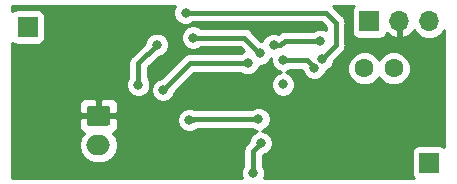
<source format=gbr>
G04 #@! TF.GenerationSoftware,KiCad,Pcbnew,5.0.2-bee76a0~70~ubuntu16.04.1*
G04 #@! TF.CreationDate,2019-07-30T15:32:40+02:00*
G04 #@! TF.ProjectId,hw-TS1B,68772d54-5331-4422-9e6b-696361645f70,rev?*
G04 #@! TF.SameCoordinates,Original*
G04 #@! TF.FileFunction,Copper,L2,Bot*
G04 #@! TF.FilePolarity,Positive*
%FSLAX46Y46*%
G04 Gerber Fmt 4.6, Leading zero omitted, Abs format (unit mm)*
G04 Created by KiCad (PCBNEW 5.0.2-bee76a0~70~ubuntu16.04.1) date Tue 30 Jul 2019 03:32:40 PM CEST*
%MOMM*%
%LPD*%
G01*
G04 APERTURE LIST*
G04 #@! TA.AperFunction,ComponentPad*
%ADD10C,1.600000*%
G04 #@! TD*
G04 #@! TA.AperFunction,Conductor*
%ADD11C,0.100000*%
G04 #@! TD*
G04 #@! TA.AperFunction,ComponentPad*
%ADD12C,1.700000*%
G04 #@! TD*
G04 #@! TA.AperFunction,ComponentPad*
%ADD13O,2.000000X1.700000*%
G04 #@! TD*
G04 #@! TA.AperFunction,ComponentPad*
%ADD14R,1.700000X1.700000*%
G04 #@! TD*
G04 #@! TA.AperFunction,ComponentPad*
%ADD15O,1.700000X1.700000*%
G04 #@! TD*
G04 #@! TA.AperFunction,ViaPad*
%ADD16C,0.800000*%
G04 #@! TD*
G04 #@! TA.AperFunction,Conductor*
%ADD17C,0.400000*%
G04 #@! TD*
G04 #@! TA.AperFunction,Conductor*
%ADD18C,0.254000*%
G04 #@! TD*
G04 APERTURE END LIST*
D10*
G04 #@! TO.P,TH1,1*
G04 #@! TO.N,/TEMP_PWR*
X181500000Y-75000000D03*
G04 #@! TO.P,TH1,2*
G04 #@! TO.N,/TEMP_SNS*
X184000000Y-75000000D03*
G04 #@! TD*
D11*
G04 #@! TO.N,GND*
G04 #@! TO.C,J2*
G36*
X159774504Y-78151204D02*
X159798773Y-78154804D01*
X159822571Y-78160765D01*
X159845671Y-78169030D01*
X159867849Y-78179520D01*
X159888893Y-78192133D01*
X159908598Y-78206747D01*
X159926777Y-78223223D01*
X159943253Y-78241402D01*
X159957867Y-78261107D01*
X159970480Y-78282151D01*
X159980970Y-78304329D01*
X159989235Y-78327429D01*
X159995196Y-78351227D01*
X159998796Y-78375496D01*
X160000000Y-78400000D01*
X160000000Y-79600000D01*
X159998796Y-79624504D01*
X159995196Y-79648773D01*
X159989235Y-79672571D01*
X159980970Y-79695671D01*
X159970480Y-79717849D01*
X159957867Y-79738893D01*
X159943253Y-79758598D01*
X159926777Y-79776777D01*
X159908598Y-79793253D01*
X159888893Y-79807867D01*
X159867849Y-79820480D01*
X159845671Y-79830970D01*
X159822571Y-79839235D01*
X159798773Y-79845196D01*
X159774504Y-79848796D01*
X159750000Y-79850000D01*
X158250000Y-79850000D01*
X158225496Y-79848796D01*
X158201227Y-79845196D01*
X158177429Y-79839235D01*
X158154329Y-79830970D01*
X158132151Y-79820480D01*
X158111107Y-79807867D01*
X158091402Y-79793253D01*
X158073223Y-79776777D01*
X158056747Y-79758598D01*
X158042133Y-79738893D01*
X158029520Y-79717849D01*
X158019030Y-79695671D01*
X158010765Y-79672571D01*
X158004804Y-79648773D01*
X158001204Y-79624504D01*
X158000000Y-79600000D01*
X158000000Y-78400000D01*
X158001204Y-78375496D01*
X158004804Y-78351227D01*
X158010765Y-78327429D01*
X158019030Y-78304329D01*
X158029520Y-78282151D01*
X158042133Y-78261107D01*
X158056747Y-78241402D01*
X158073223Y-78223223D01*
X158091402Y-78206747D01*
X158111107Y-78192133D01*
X158132151Y-78179520D01*
X158154329Y-78169030D01*
X158177429Y-78160765D01*
X158201227Y-78154804D01*
X158225496Y-78151204D01*
X158250000Y-78150000D01*
X159750000Y-78150000D01*
X159774504Y-78151204D01*
X159774504Y-78151204D01*
G37*
D12*
G04 #@! TD*
G04 #@! TO.P,J2,1*
G04 #@! TO.N,GND*
X159000000Y-79000000D03*
D13*
G04 #@! TO.P,J2,2*
G04 #@! TO.N,VDD*
X159000000Y-81500000D03*
G04 #@! TD*
D14*
G04 #@! TO.P,J1,1*
G04 #@! TO.N,VDD*
X153000000Y-71500000D03*
G04 #@! TD*
G04 #@! TO.P,AE1,1*
G04 #@! TO.N,Net-(AE1-Pad1)*
X187000000Y-83000000D03*
G04 #@! TD*
G04 #@! TO.P,X1,1*
G04 #@! TO.N,/SWDIO*
X181920000Y-71000000D03*
D15*
G04 #@! TO.P,X1,2*
G04 #@! TO.N,GND*
X184460000Y-71000000D03*
G04 #@! TO.P,X1,3*
G04 #@! TO.N,/SWCLK*
X187000000Y-71000000D03*
G04 #@! TD*
D16*
G04 #@! TO.N,/TEMP_SNS*
X173824990Y-73025000D03*
X177790874Y-72660002D03*
G04 #@! TO.N,GND*
X181750000Y-78625000D03*
X185062500Y-78500000D03*
X187500000Y-73000000D03*
X159159307Y-72340693D03*
X160750000Y-70750000D03*
X158952956Y-74645586D03*
X165735000Y-73660000D03*
X172085000Y-78105000D03*
X163830000Y-82550000D03*
G04 #@! TO.N,/LED*
X174625000Y-74295000D03*
X177280354Y-74929995D03*
G04 #@! TO.N,Net-(C5-Pad1)*
X172545024Y-79285046D03*
X166672500Y-79375000D03*
G04 #@! TO.N,VDD*
X162358578Y-76391422D03*
X163937500Y-73000000D03*
X172085000Y-83820000D03*
X172745549Y-81320203D03*
G04 #@! TO.N,Net-(C3-Pad1)*
X167005000Y-72390000D03*
X174625000Y-76360000D03*
X172647885Y-73732115D03*
G04 #@! TO.N,/OSC_EN*
X164465000Y-76835000D03*
X171617380Y-74557549D03*
G04 #@! TO.N,/TEMP_PWR*
X166370009Y-70275020D03*
X177942195Y-74178230D03*
G04 #@! TD*
D17*
G04 #@! TO.N,/TEMP_SNS*
X174755673Y-72660002D02*
X177790874Y-72660002D01*
X174390675Y-73025000D02*
X174755673Y-72660002D01*
X173824990Y-73025000D02*
X174390675Y-73025000D01*
G04 #@! TO.N,/LED*
X176645359Y-74295000D02*
X176880355Y-74529996D01*
X174625000Y-74295000D02*
X176645359Y-74295000D01*
X176880355Y-74529996D02*
X177280354Y-74929995D01*
G04 #@! TO.N,Net-(C5-Pad1)*
X172545024Y-79285046D02*
X167094954Y-79285046D01*
X167005000Y-79375000D02*
X166672500Y-79375000D01*
X167094954Y-79285046D02*
X167005000Y-79375000D01*
G04 #@! TO.N,VDD*
X162358578Y-75825737D02*
X162358578Y-76391422D01*
X162358578Y-74578922D02*
X162358578Y-75825737D01*
X163937500Y-73000000D02*
X162358578Y-74578922D01*
X172345550Y-81720202D02*
X172745549Y-81320203D01*
X172085000Y-81980752D02*
X172345550Y-81720202D01*
X172085000Y-83820000D02*
X172085000Y-81980752D01*
G04 #@! TO.N,Net-(C3-Pad1)*
X172247886Y-73332116D02*
X172647885Y-73732115D01*
X167005000Y-72390000D02*
X171305770Y-72390000D01*
X171305770Y-72390000D02*
X172247886Y-73332116D01*
G04 #@! TO.N,/OSC_EN*
X164465000Y-76835000D02*
X166742451Y-74557549D01*
X166742451Y-74557549D02*
X171051695Y-74557549D01*
X171051695Y-74557549D02*
X171617380Y-74557549D01*
G04 #@! TO.N,/TEMP_PWR*
X166370009Y-70275020D02*
X178225020Y-70275020D01*
X178225020Y-70275020D02*
X179070000Y-71120000D01*
X178342194Y-73778231D02*
X177942195Y-74178230D01*
X179070000Y-71120000D02*
X179070000Y-73050425D01*
X179070000Y-73050425D02*
X178342194Y-73778231D01*
G04 #@! TD*
D18*
G04 #@! TO.N,GND*
G36*
X165335009Y-70069146D02*
X165335009Y-70480894D01*
X165492578Y-70861300D01*
X165783729Y-71152451D01*
X166164135Y-71310020D01*
X166575883Y-71310020D01*
X166956289Y-71152451D01*
X166998720Y-71110020D01*
X177879153Y-71110020D01*
X178235000Y-71465868D01*
X178235000Y-71723689D01*
X177996748Y-71625002D01*
X177585000Y-71625002D01*
X177204594Y-71782571D01*
X177162163Y-71825002D01*
X174837905Y-71825002D01*
X174755672Y-71808645D01*
X174673439Y-71825002D01*
X174673436Y-71825002D01*
X174429872Y-71873450D01*
X174169500Y-72047425D01*
X174030864Y-71990000D01*
X173619116Y-71990000D01*
X173238710Y-72147569D01*
X172947559Y-72438720D01*
X172840529Y-72697115D01*
X172793753Y-72697115D01*
X171954357Y-71857720D01*
X171907771Y-71787999D01*
X171631571Y-71603448D01*
X171388007Y-71555000D01*
X171388003Y-71555000D01*
X171305770Y-71538643D01*
X171223537Y-71555000D01*
X167633711Y-71555000D01*
X167591280Y-71512569D01*
X167210874Y-71355000D01*
X166799126Y-71355000D01*
X166418720Y-71512569D01*
X166127569Y-71803720D01*
X165970000Y-72184126D01*
X165970000Y-72595874D01*
X166127569Y-72976280D01*
X166418720Y-73267431D01*
X166799126Y-73425000D01*
X167210874Y-73425000D01*
X167591280Y-73267431D01*
X167633711Y-73225000D01*
X170959903Y-73225000D01*
X171302573Y-73567670D01*
X171031100Y-73680118D01*
X170988669Y-73722549D01*
X166824683Y-73722549D01*
X166742450Y-73706192D01*
X166660217Y-73722549D01*
X166660214Y-73722549D01*
X166416650Y-73770997D01*
X166140450Y-73955548D01*
X166093866Y-74025266D01*
X164319133Y-75800000D01*
X164259126Y-75800000D01*
X163878720Y-75957569D01*
X163587569Y-76248720D01*
X163430000Y-76629126D01*
X163430000Y-77040874D01*
X163587569Y-77421280D01*
X163878720Y-77712431D01*
X164259126Y-77870000D01*
X164670874Y-77870000D01*
X165051280Y-77712431D01*
X165342431Y-77421280D01*
X165500000Y-77040874D01*
X165500000Y-76980867D01*
X167088319Y-75392549D01*
X170988669Y-75392549D01*
X171031100Y-75434980D01*
X171411506Y-75592549D01*
X171823254Y-75592549D01*
X172203660Y-75434980D01*
X172494811Y-75143829D01*
X172650851Y-74767115D01*
X172853759Y-74767115D01*
X173234165Y-74609546D01*
X173525316Y-74318395D01*
X173590000Y-74162234D01*
X173590000Y-74500874D01*
X173747569Y-74881280D01*
X174038720Y-75172431D01*
X174413090Y-75327500D01*
X174038720Y-75482569D01*
X173747569Y-75773720D01*
X173590000Y-76154126D01*
X173590000Y-76565874D01*
X173747569Y-76946280D01*
X174038720Y-77237431D01*
X174419126Y-77395000D01*
X174830874Y-77395000D01*
X175211280Y-77237431D01*
X175502431Y-76946280D01*
X175660000Y-76565874D01*
X175660000Y-76154126D01*
X175502431Y-75773720D01*
X175211280Y-75482569D01*
X174836910Y-75327500D01*
X175211280Y-75172431D01*
X175253711Y-75130000D01*
X176245354Y-75130000D01*
X176245354Y-75135869D01*
X176402923Y-75516275D01*
X176694074Y-75807426D01*
X177074480Y-75964995D01*
X177486228Y-75964995D01*
X177866634Y-75807426D01*
X178157785Y-75516275D01*
X178311319Y-75145610D01*
X178528475Y-75055661D01*
X178819626Y-74764510D01*
X178840315Y-74714561D01*
X180065000Y-74714561D01*
X180065000Y-75285439D01*
X180283466Y-75812862D01*
X180687138Y-76216534D01*
X181214561Y-76435000D01*
X181785439Y-76435000D01*
X182312862Y-76216534D01*
X182716534Y-75812862D01*
X182750000Y-75732068D01*
X182783466Y-75812862D01*
X183187138Y-76216534D01*
X183714561Y-76435000D01*
X184285439Y-76435000D01*
X184812862Y-76216534D01*
X185216534Y-75812862D01*
X185435000Y-75285439D01*
X185435000Y-74714561D01*
X185216534Y-74187138D01*
X184812862Y-73783466D01*
X184285439Y-73565000D01*
X183714561Y-73565000D01*
X183187138Y-73783466D01*
X182783466Y-74187138D01*
X182750000Y-74267932D01*
X182716534Y-74187138D01*
X182312862Y-73783466D01*
X181785439Y-73565000D01*
X181214561Y-73565000D01*
X180687138Y-73783466D01*
X180283466Y-74187138D01*
X180065000Y-74714561D01*
X178840315Y-74714561D01*
X178977195Y-74384104D01*
X178977195Y-74324097D01*
X178990778Y-74310514D01*
X179602282Y-73699011D01*
X179672001Y-73652426D01*
X179856552Y-73376226D01*
X179905000Y-73132662D01*
X179905000Y-73132659D01*
X179921357Y-73050426D01*
X179905000Y-72968193D01*
X179905000Y-71202232D01*
X179921357Y-71119999D01*
X179905000Y-71037764D01*
X179905000Y-71037763D01*
X179856552Y-70794199D01*
X179672001Y-70517999D01*
X179602283Y-70471415D01*
X178873607Y-69742740D01*
X178851731Y-69710000D01*
X180600291Y-69710000D01*
X180471843Y-69902235D01*
X180422560Y-70150000D01*
X180422560Y-71850000D01*
X180471843Y-72097765D01*
X180612191Y-72307809D01*
X180822235Y-72448157D01*
X181070000Y-72497440D01*
X182770000Y-72497440D01*
X183017765Y-72448157D01*
X183227809Y-72307809D01*
X183368157Y-72097765D01*
X183388739Y-71994292D01*
X183693076Y-72271645D01*
X184103110Y-72441476D01*
X184333000Y-72320155D01*
X184333000Y-71127000D01*
X184313000Y-71127000D01*
X184313000Y-70873000D01*
X184333000Y-70873000D01*
X184333000Y-70853000D01*
X184587000Y-70853000D01*
X184587000Y-70873000D01*
X184607000Y-70873000D01*
X184607000Y-71127000D01*
X184587000Y-71127000D01*
X184587000Y-72320155D01*
X184816890Y-72441476D01*
X185226924Y-72271645D01*
X185655183Y-71881358D01*
X185716157Y-71751522D01*
X185929375Y-72070625D01*
X186420582Y-72398839D01*
X186853744Y-72485000D01*
X187146256Y-72485000D01*
X187579418Y-72398839D01*
X188070625Y-72070625D01*
X188290001Y-71742306D01*
X188290000Y-81680291D01*
X188097765Y-81551843D01*
X187850000Y-81502560D01*
X186150000Y-81502560D01*
X185902235Y-81551843D01*
X185692191Y-81692191D01*
X185551843Y-81902235D01*
X185502560Y-82150000D01*
X185502560Y-83850000D01*
X185551843Y-84097765D01*
X185680291Y-84290000D01*
X173010596Y-84290000D01*
X173120000Y-84025874D01*
X173120000Y-83614126D01*
X172962431Y-83233720D01*
X172920000Y-83191289D01*
X172920000Y-82355203D01*
X172951423Y-82355203D01*
X173331829Y-82197634D01*
X173622980Y-81906483D01*
X173780549Y-81526077D01*
X173780549Y-81114329D01*
X173622980Y-80733923D01*
X173331829Y-80442772D01*
X172951423Y-80285203D01*
X172835017Y-80285203D01*
X173131304Y-80162477D01*
X173422455Y-79871326D01*
X173580024Y-79490920D01*
X173580024Y-79079172D01*
X173422455Y-78698766D01*
X173131304Y-78407615D01*
X172750898Y-78250046D01*
X172339150Y-78250046D01*
X171958744Y-78407615D01*
X171916313Y-78450046D01*
X167177186Y-78450046D01*
X167113435Y-78437365D01*
X166878374Y-78340000D01*
X166466626Y-78340000D01*
X166086220Y-78497569D01*
X165795069Y-78788720D01*
X165637500Y-79169126D01*
X165637500Y-79580874D01*
X165795069Y-79961280D01*
X166086220Y-80252431D01*
X166466626Y-80410000D01*
X166878374Y-80410000D01*
X167258780Y-80252431D01*
X167387633Y-80123578D01*
X167392919Y-80120046D01*
X171916313Y-80120046D01*
X171958744Y-80162477D01*
X172339150Y-80320046D01*
X172455556Y-80320046D01*
X172159269Y-80442772D01*
X171868118Y-80733923D01*
X171710549Y-81114329D01*
X171710549Y-81174335D01*
X171552717Y-81332167D01*
X171483000Y-81378751D01*
X171436416Y-81448469D01*
X171298448Y-81654952D01*
X171233643Y-81980752D01*
X171250001Y-82062990D01*
X171250000Y-83191289D01*
X171207569Y-83233720D01*
X171050000Y-83614126D01*
X171050000Y-84025874D01*
X171159404Y-84290000D01*
X151710000Y-84290000D01*
X151710000Y-81500000D01*
X157335908Y-81500000D01*
X157451161Y-82079418D01*
X157779375Y-82570625D01*
X158270582Y-82898839D01*
X158703744Y-82985000D01*
X159296256Y-82985000D01*
X159729418Y-82898839D01*
X160220625Y-82570625D01*
X160548839Y-82079418D01*
X160664092Y-81500000D01*
X160548839Y-80920582D01*
X160229291Y-80442344D01*
X160359699Y-80388327D01*
X160538327Y-80209698D01*
X160635000Y-79976309D01*
X160635000Y-79285750D01*
X160476250Y-79127000D01*
X159127000Y-79127000D01*
X159127000Y-79147000D01*
X158873000Y-79147000D01*
X158873000Y-79127000D01*
X157523750Y-79127000D01*
X157365000Y-79285750D01*
X157365000Y-79976309D01*
X157461673Y-80209698D01*
X157640301Y-80388327D01*
X157770709Y-80442344D01*
X157451161Y-80920582D01*
X157335908Y-81500000D01*
X151710000Y-81500000D01*
X151710000Y-78023691D01*
X157365000Y-78023691D01*
X157365000Y-78714250D01*
X157523750Y-78873000D01*
X158873000Y-78873000D01*
X158873000Y-77673750D01*
X159127000Y-77673750D01*
X159127000Y-78873000D01*
X160476250Y-78873000D01*
X160635000Y-78714250D01*
X160635000Y-78023691D01*
X160538327Y-77790302D01*
X160359699Y-77611673D01*
X160126310Y-77515000D01*
X159285750Y-77515000D01*
X159127000Y-77673750D01*
X158873000Y-77673750D01*
X158714250Y-77515000D01*
X157873690Y-77515000D01*
X157640301Y-77611673D01*
X157461673Y-77790302D01*
X157365000Y-78023691D01*
X151710000Y-78023691D01*
X151710000Y-76185548D01*
X161323578Y-76185548D01*
X161323578Y-76597296D01*
X161481147Y-76977702D01*
X161772298Y-77268853D01*
X162152704Y-77426422D01*
X162564452Y-77426422D01*
X162944858Y-77268853D01*
X163236009Y-76977702D01*
X163393578Y-76597296D01*
X163393578Y-76185548D01*
X163236009Y-75805142D01*
X163193578Y-75762711D01*
X163193578Y-74924789D01*
X164083368Y-74035000D01*
X164143374Y-74035000D01*
X164523780Y-73877431D01*
X164814931Y-73586280D01*
X164972500Y-73205874D01*
X164972500Y-72794126D01*
X164814931Y-72413720D01*
X164523780Y-72122569D01*
X164143374Y-71965000D01*
X163731626Y-71965000D01*
X163351220Y-72122569D01*
X163060069Y-72413720D01*
X162902500Y-72794126D01*
X162902500Y-72854132D01*
X161826298Y-73930335D01*
X161756577Y-73976921D01*
X161572026Y-74253122D01*
X161523578Y-74496686D01*
X161523578Y-74496689D01*
X161507221Y-74578922D01*
X161523578Y-74661156D01*
X161523579Y-75743497D01*
X161523578Y-75743501D01*
X161523578Y-75762711D01*
X161481147Y-75805142D01*
X161323578Y-76185548D01*
X151710000Y-76185548D01*
X151710000Y-72819709D01*
X151902235Y-72948157D01*
X152150000Y-72997440D01*
X153850000Y-72997440D01*
X154097765Y-72948157D01*
X154307809Y-72807809D01*
X154448157Y-72597765D01*
X154497440Y-72350000D01*
X154497440Y-70650000D01*
X154448157Y-70402235D01*
X154307809Y-70192191D01*
X154097765Y-70051843D01*
X153850000Y-70002560D01*
X152150000Y-70002560D01*
X151902235Y-70051843D01*
X151710000Y-70180291D01*
X151710000Y-69710000D01*
X165483772Y-69710000D01*
X165335009Y-70069146D01*
X165335009Y-70069146D01*
G37*
X165335009Y-70069146D02*
X165335009Y-70480894D01*
X165492578Y-70861300D01*
X165783729Y-71152451D01*
X166164135Y-71310020D01*
X166575883Y-71310020D01*
X166956289Y-71152451D01*
X166998720Y-71110020D01*
X177879153Y-71110020D01*
X178235000Y-71465868D01*
X178235000Y-71723689D01*
X177996748Y-71625002D01*
X177585000Y-71625002D01*
X177204594Y-71782571D01*
X177162163Y-71825002D01*
X174837905Y-71825002D01*
X174755672Y-71808645D01*
X174673439Y-71825002D01*
X174673436Y-71825002D01*
X174429872Y-71873450D01*
X174169500Y-72047425D01*
X174030864Y-71990000D01*
X173619116Y-71990000D01*
X173238710Y-72147569D01*
X172947559Y-72438720D01*
X172840529Y-72697115D01*
X172793753Y-72697115D01*
X171954357Y-71857720D01*
X171907771Y-71787999D01*
X171631571Y-71603448D01*
X171388007Y-71555000D01*
X171388003Y-71555000D01*
X171305770Y-71538643D01*
X171223537Y-71555000D01*
X167633711Y-71555000D01*
X167591280Y-71512569D01*
X167210874Y-71355000D01*
X166799126Y-71355000D01*
X166418720Y-71512569D01*
X166127569Y-71803720D01*
X165970000Y-72184126D01*
X165970000Y-72595874D01*
X166127569Y-72976280D01*
X166418720Y-73267431D01*
X166799126Y-73425000D01*
X167210874Y-73425000D01*
X167591280Y-73267431D01*
X167633711Y-73225000D01*
X170959903Y-73225000D01*
X171302573Y-73567670D01*
X171031100Y-73680118D01*
X170988669Y-73722549D01*
X166824683Y-73722549D01*
X166742450Y-73706192D01*
X166660217Y-73722549D01*
X166660214Y-73722549D01*
X166416650Y-73770997D01*
X166140450Y-73955548D01*
X166093866Y-74025266D01*
X164319133Y-75800000D01*
X164259126Y-75800000D01*
X163878720Y-75957569D01*
X163587569Y-76248720D01*
X163430000Y-76629126D01*
X163430000Y-77040874D01*
X163587569Y-77421280D01*
X163878720Y-77712431D01*
X164259126Y-77870000D01*
X164670874Y-77870000D01*
X165051280Y-77712431D01*
X165342431Y-77421280D01*
X165500000Y-77040874D01*
X165500000Y-76980867D01*
X167088319Y-75392549D01*
X170988669Y-75392549D01*
X171031100Y-75434980D01*
X171411506Y-75592549D01*
X171823254Y-75592549D01*
X172203660Y-75434980D01*
X172494811Y-75143829D01*
X172650851Y-74767115D01*
X172853759Y-74767115D01*
X173234165Y-74609546D01*
X173525316Y-74318395D01*
X173590000Y-74162234D01*
X173590000Y-74500874D01*
X173747569Y-74881280D01*
X174038720Y-75172431D01*
X174413090Y-75327500D01*
X174038720Y-75482569D01*
X173747569Y-75773720D01*
X173590000Y-76154126D01*
X173590000Y-76565874D01*
X173747569Y-76946280D01*
X174038720Y-77237431D01*
X174419126Y-77395000D01*
X174830874Y-77395000D01*
X175211280Y-77237431D01*
X175502431Y-76946280D01*
X175660000Y-76565874D01*
X175660000Y-76154126D01*
X175502431Y-75773720D01*
X175211280Y-75482569D01*
X174836910Y-75327500D01*
X175211280Y-75172431D01*
X175253711Y-75130000D01*
X176245354Y-75130000D01*
X176245354Y-75135869D01*
X176402923Y-75516275D01*
X176694074Y-75807426D01*
X177074480Y-75964995D01*
X177486228Y-75964995D01*
X177866634Y-75807426D01*
X178157785Y-75516275D01*
X178311319Y-75145610D01*
X178528475Y-75055661D01*
X178819626Y-74764510D01*
X178840315Y-74714561D01*
X180065000Y-74714561D01*
X180065000Y-75285439D01*
X180283466Y-75812862D01*
X180687138Y-76216534D01*
X181214561Y-76435000D01*
X181785439Y-76435000D01*
X182312862Y-76216534D01*
X182716534Y-75812862D01*
X182750000Y-75732068D01*
X182783466Y-75812862D01*
X183187138Y-76216534D01*
X183714561Y-76435000D01*
X184285439Y-76435000D01*
X184812862Y-76216534D01*
X185216534Y-75812862D01*
X185435000Y-75285439D01*
X185435000Y-74714561D01*
X185216534Y-74187138D01*
X184812862Y-73783466D01*
X184285439Y-73565000D01*
X183714561Y-73565000D01*
X183187138Y-73783466D01*
X182783466Y-74187138D01*
X182750000Y-74267932D01*
X182716534Y-74187138D01*
X182312862Y-73783466D01*
X181785439Y-73565000D01*
X181214561Y-73565000D01*
X180687138Y-73783466D01*
X180283466Y-74187138D01*
X180065000Y-74714561D01*
X178840315Y-74714561D01*
X178977195Y-74384104D01*
X178977195Y-74324097D01*
X178990778Y-74310514D01*
X179602282Y-73699011D01*
X179672001Y-73652426D01*
X179856552Y-73376226D01*
X179905000Y-73132662D01*
X179905000Y-73132659D01*
X179921357Y-73050426D01*
X179905000Y-72968193D01*
X179905000Y-71202232D01*
X179921357Y-71119999D01*
X179905000Y-71037764D01*
X179905000Y-71037763D01*
X179856552Y-70794199D01*
X179672001Y-70517999D01*
X179602283Y-70471415D01*
X178873607Y-69742740D01*
X178851731Y-69710000D01*
X180600291Y-69710000D01*
X180471843Y-69902235D01*
X180422560Y-70150000D01*
X180422560Y-71850000D01*
X180471843Y-72097765D01*
X180612191Y-72307809D01*
X180822235Y-72448157D01*
X181070000Y-72497440D01*
X182770000Y-72497440D01*
X183017765Y-72448157D01*
X183227809Y-72307809D01*
X183368157Y-72097765D01*
X183388739Y-71994292D01*
X183693076Y-72271645D01*
X184103110Y-72441476D01*
X184333000Y-72320155D01*
X184333000Y-71127000D01*
X184313000Y-71127000D01*
X184313000Y-70873000D01*
X184333000Y-70873000D01*
X184333000Y-70853000D01*
X184587000Y-70853000D01*
X184587000Y-70873000D01*
X184607000Y-70873000D01*
X184607000Y-71127000D01*
X184587000Y-71127000D01*
X184587000Y-72320155D01*
X184816890Y-72441476D01*
X185226924Y-72271645D01*
X185655183Y-71881358D01*
X185716157Y-71751522D01*
X185929375Y-72070625D01*
X186420582Y-72398839D01*
X186853744Y-72485000D01*
X187146256Y-72485000D01*
X187579418Y-72398839D01*
X188070625Y-72070625D01*
X188290001Y-71742306D01*
X188290000Y-81680291D01*
X188097765Y-81551843D01*
X187850000Y-81502560D01*
X186150000Y-81502560D01*
X185902235Y-81551843D01*
X185692191Y-81692191D01*
X185551843Y-81902235D01*
X185502560Y-82150000D01*
X185502560Y-83850000D01*
X185551843Y-84097765D01*
X185680291Y-84290000D01*
X173010596Y-84290000D01*
X173120000Y-84025874D01*
X173120000Y-83614126D01*
X172962431Y-83233720D01*
X172920000Y-83191289D01*
X172920000Y-82355203D01*
X172951423Y-82355203D01*
X173331829Y-82197634D01*
X173622980Y-81906483D01*
X173780549Y-81526077D01*
X173780549Y-81114329D01*
X173622980Y-80733923D01*
X173331829Y-80442772D01*
X172951423Y-80285203D01*
X172835017Y-80285203D01*
X173131304Y-80162477D01*
X173422455Y-79871326D01*
X173580024Y-79490920D01*
X173580024Y-79079172D01*
X173422455Y-78698766D01*
X173131304Y-78407615D01*
X172750898Y-78250046D01*
X172339150Y-78250046D01*
X171958744Y-78407615D01*
X171916313Y-78450046D01*
X167177186Y-78450046D01*
X167113435Y-78437365D01*
X166878374Y-78340000D01*
X166466626Y-78340000D01*
X166086220Y-78497569D01*
X165795069Y-78788720D01*
X165637500Y-79169126D01*
X165637500Y-79580874D01*
X165795069Y-79961280D01*
X166086220Y-80252431D01*
X166466626Y-80410000D01*
X166878374Y-80410000D01*
X167258780Y-80252431D01*
X167387633Y-80123578D01*
X167392919Y-80120046D01*
X171916313Y-80120046D01*
X171958744Y-80162477D01*
X172339150Y-80320046D01*
X172455556Y-80320046D01*
X172159269Y-80442772D01*
X171868118Y-80733923D01*
X171710549Y-81114329D01*
X171710549Y-81174335D01*
X171552717Y-81332167D01*
X171483000Y-81378751D01*
X171436416Y-81448469D01*
X171298448Y-81654952D01*
X171233643Y-81980752D01*
X171250001Y-82062990D01*
X171250000Y-83191289D01*
X171207569Y-83233720D01*
X171050000Y-83614126D01*
X171050000Y-84025874D01*
X171159404Y-84290000D01*
X151710000Y-84290000D01*
X151710000Y-81500000D01*
X157335908Y-81500000D01*
X157451161Y-82079418D01*
X157779375Y-82570625D01*
X158270582Y-82898839D01*
X158703744Y-82985000D01*
X159296256Y-82985000D01*
X159729418Y-82898839D01*
X160220625Y-82570625D01*
X160548839Y-82079418D01*
X160664092Y-81500000D01*
X160548839Y-80920582D01*
X160229291Y-80442344D01*
X160359699Y-80388327D01*
X160538327Y-80209698D01*
X160635000Y-79976309D01*
X160635000Y-79285750D01*
X160476250Y-79127000D01*
X159127000Y-79127000D01*
X159127000Y-79147000D01*
X158873000Y-79147000D01*
X158873000Y-79127000D01*
X157523750Y-79127000D01*
X157365000Y-79285750D01*
X157365000Y-79976309D01*
X157461673Y-80209698D01*
X157640301Y-80388327D01*
X157770709Y-80442344D01*
X157451161Y-80920582D01*
X157335908Y-81500000D01*
X151710000Y-81500000D01*
X151710000Y-78023691D01*
X157365000Y-78023691D01*
X157365000Y-78714250D01*
X157523750Y-78873000D01*
X158873000Y-78873000D01*
X158873000Y-77673750D01*
X159127000Y-77673750D01*
X159127000Y-78873000D01*
X160476250Y-78873000D01*
X160635000Y-78714250D01*
X160635000Y-78023691D01*
X160538327Y-77790302D01*
X160359699Y-77611673D01*
X160126310Y-77515000D01*
X159285750Y-77515000D01*
X159127000Y-77673750D01*
X158873000Y-77673750D01*
X158714250Y-77515000D01*
X157873690Y-77515000D01*
X157640301Y-77611673D01*
X157461673Y-77790302D01*
X157365000Y-78023691D01*
X151710000Y-78023691D01*
X151710000Y-76185548D01*
X161323578Y-76185548D01*
X161323578Y-76597296D01*
X161481147Y-76977702D01*
X161772298Y-77268853D01*
X162152704Y-77426422D01*
X162564452Y-77426422D01*
X162944858Y-77268853D01*
X163236009Y-76977702D01*
X163393578Y-76597296D01*
X163393578Y-76185548D01*
X163236009Y-75805142D01*
X163193578Y-75762711D01*
X163193578Y-74924789D01*
X164083368Y-74035000D01*
X164143374Y-74035000D01*
X164523780Y-73877431D01*
X164814931Y-73586280D01*
X164972500Y-73205874D01*
X164972500Y-72794126D01*
X164814931Y-72413720D01*
X164523780Y-72122569D01*
X164143374Y-71965000D01*
X163731626Y-71965000D01*
X163351220Y-72122569D01*
X163060069Y-72413720D01*
X162902500Y-72794126D01*
X162902500Y-72854132D01*
X161826298Y-73930335D01*
X161756577Y-73976921D01*
X161572026Y-74253122D01*
X161523578Y-74496686D01*
X161523578Y-74496689D01*
X161507221Y-74578922D01*
X161523578Y-74661156D01*
X161523579Y-75743497D01*
X161523578Y-75743501D01*
X161523578Y-75762711D01*
X161481147Y-75805142D01*
X161323578Y-76185548D01*
X151710000Y-76185548D01*
X151710000Y-72819709D01*
X151902235Y-72948157D01*
X152150000Y-72997440D01*
X153850000Y-72997440D01*
X154097765Y-72948157D01*
X154307809Y-72807809D01*
X154448157Y-72597765D01*
X154497440Y-72350000D01*
X154497440Y-70650000D01*
X154448157Y-70402235D01*
X154307809Y-70192191D01*
X154097765Y-70051843D01*
X153850000Y-70002560D01*
X152150000Y-70002560D01*
X151902235Y-70051843D01*
X151710000Y-70180291D01*
X151710000Y-69710000D01*
X165483772Y-69710000D01*
X165335009Y-70069146D01*
G04 #@! TD*
M02*

</source>
